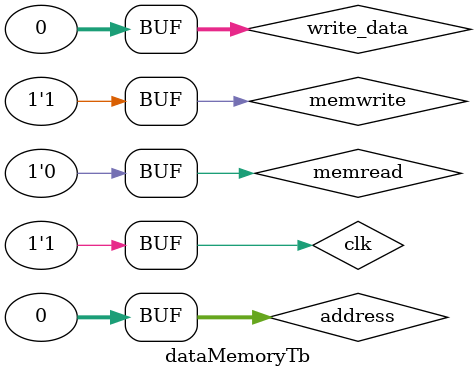
<source format=v>
`timescale 1ns / 1ps  
`include "dataMemory.v"

module dataMemoryTb;
 reg [31:0] address;       
 reg [31:0] write_data;   
 reg memwrite, memread;
 reg clk;                  
 wire [31:0] read_data;
    
 dataMemory dm(.address(address),.write_data(write_data),
 .memwrite(memwrite),.memread(memread),.clk(clk),.read_data(read_data));
  initial begin
        $dumpfile("dataMemoryTb.vcd");
        $dumpvars(0,dataMemoryTb);
        
      address = 32'b0;
      write_data = 32'b0;
      memwrite = 1'b1;
      memread=1'b0;
      clk =1'b1;
      
    end
    initial begin
         $display("test completed");
    end

 
endmodule
</source>
